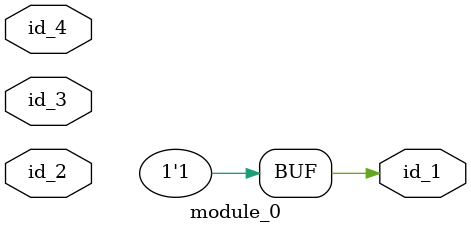
<source format=v>
module module_0 (
    id_1,
    id_2,
    id_3,
    id_4
);
  input id_4;
  input id_3;
  inout id_2;
  output id_1;
  generate
    assign id_1 = 1;
  endgenerate
endmodule

</source>
